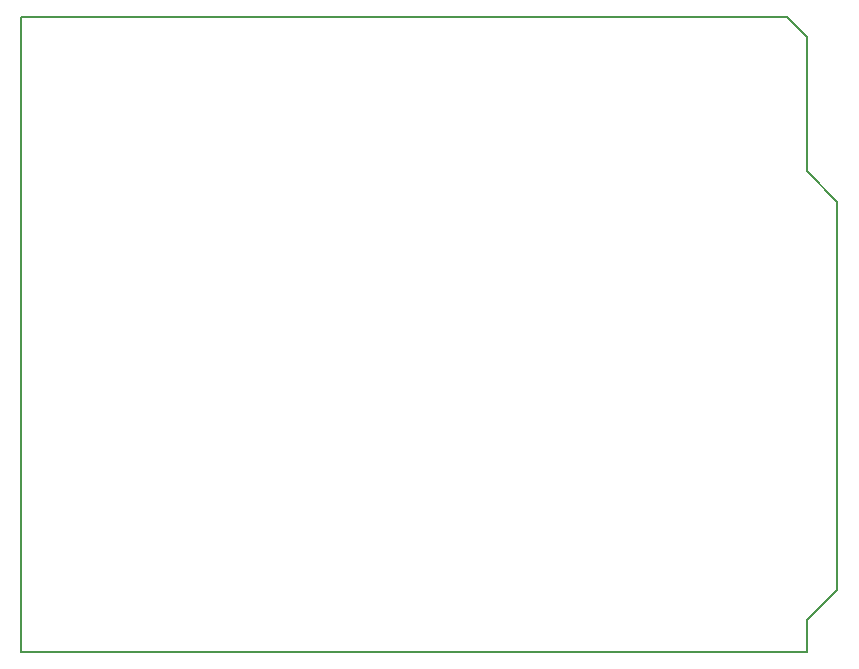
<source format=gbr>
G04 #@! TF.GenerationSoftware,KiCad,Pcbnew,(5.0.0)*
G04 #@! TF.CreationDate,2019-09-08T12:51:47+09:00*
G04 #@! TF.ProjectId,gauss_meter_hw,67617573735F6D657465725F68772E6B,rev?*
G04 #@! TF.SameCoordinates,Original*
G04 #@! TF.FileFunction,Profile,NP*
%FSLAX46Y46*%
G04 Gerber Fmt 4.6, Leading zero omitted, Abs format (unit mm)*
G04 Created by KiCad (PCBNEW (5.0.0)) date 09/08/19 12:51:47*
%MOMM*%
%LPD*%
G01*
G04 APERTURE LIST*
%ADD10C,0.150000*%
G04 APERTURE END LIST*
D10*
X182485001Y-115105001D02*
X115985001Y-115105001D01*
X182485001Y-112405001D02*
X182485001Y-115105001D01*
X185085001Y-109805001D02*
X182485001Y-112405001D01*
X185085001Y-77005001D02*
X185085001Y-109805001D01*
X182485001Y-74405001D02*
X185085001Y-77005001D01*
X182485001Y-63005001D02*
X182485001Y-74405001D01*
X180785001Y-61305001D02*
X182485001Y-63005001D01*
X115985001Y-61305001D02*
X180785001Y-61305001D01*
X115985001Y-115105001D02*
X115985001Y-61305001D01*
M02*

</source>
